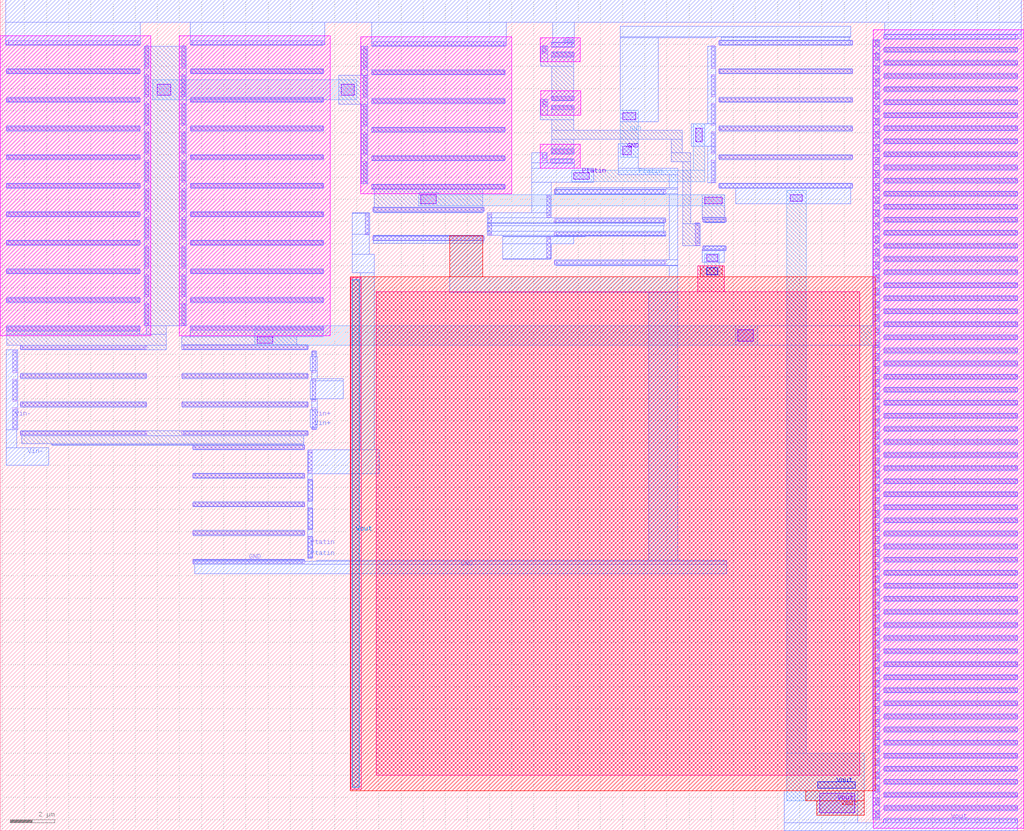
<source format=lef>
VERSION 5.7 ;
  NOWIREEXTENSIONATPIN ON ;
  DIVIDERCHAR "/" ;
  BUSBITCHARS "[]" ;
MACRO VLSI_final_project_PSRR
  CLASS BLOCK ;
  FOREIGN VLSI_final_project_PSRR ;
  ORIGIN 13.100 -26.490 ;
  SIZE 46.220 BY 37.510 ;
  PIN Vin-
    ANTENNAGATEAREA 17.010000 ;
    PORT
      LAYER li1 ;
        RECT -12.520 47.170 -12.350 48.170 ;
        RECT -12.520 45.880 -12.350 46.880 ;
        RECT -12.520 44.590 -12.350 45.590 ;
      LAYER mcon ;
        RECT -12.520 47.250 -12.350 48.090 ;
        RECT -12.520 45.960 -12.350 46.800 ;
        RECT -12.520 44.670 -12.350 45.510 ;
      LAYER met1 ;
        RECT -12.830 44.590 -12.300 48.200 ;
        RECT -12.830 43.780 -12.350 44.590 ;
        RECT -12.830 43.000 -10.900 43.780 ;
    END
  END Vin-
  PIN Vin+
    ANTENNAGATEAREA 17.010000 ;
    PORT
      LAYER li1 ;
        RECT 0.990 47.170 1.160 48.170 ;
        RECT 0.990 45.880 1.160 46.880 ;
        RECT 0.990 44.590 1.160 45.590 ;
      LAYER mcon ;
        RECT 0.990 47.250 1.160 48.090 ;
        RECT 0.990 45.960 1.160 46.800 ;
        RECT 0.990 44.670 1.160 45.510 ;
      LAYER met1 ;
        RECT 0.960 47.900 1.190 48.150 ;
        RECT 0.900 47.270 1.210 47.900 ;
        RECT 0.960 46.900 1.210 47.270 ;
        RECT 0.940 46.800 2.400 46.900 ;
        RECT 0.900 46.000 2.400 46.800 ;
        RECT 0.900 45.980 1.210 46.000 ;
        RECT 0.960 45.500 1.210 45.980 ;
        RECT 0.900 44.700 1.210 45.500 ;
        RECT 0.960 44.610 1.190 44.700 ;
    END
  END Vin+
  PIN Ptatin
    ANTENNAGATEAREA 65.150002 ;
    ANTENNADIFFAREA 3.190000 ;
    PORT
      LAYER li1 ;
        RECT 19.000 60.920 19.170 61.920 ;
        RECT 19.000 59.630 19.170 60.630 ;
        RECT 19.000 58.340 19.170 59.340 ;
        RECT 11.385 56.770 11.555 57.100 ;
        RECT 19.000 57.050 19.170 58.050 ;
        RECT 11.770 56.630 12.810 56.800 ;
        RECT 19.000 55.760 19.170 56.760 ;
        RECT 3.380 53.390 3.550 54.390 ;
        RECT 8.930 53.390 9.100 54.390 ;
        RECT 11.570 54.190 11.740 55.190 ;
        RECT 11.910 53.960 16.950 54.130 ;
        RECT 11.920 53.350 16.960 53.520 ;
        RECT 11.580 52.290 11.750 53.290 ;
        RECT 0.820 42.660 0.990 43.660 ;
        RECT 0.820 41.370 0.990 42.370 ;
        RECT 0.820 40.080 0.990 41.080 ;
        RECT 0.820 38.790 0.990 39.790 ;
      LAYER mcon ;
        RECT 19.000 61.000 19.170 61.840 ;
        RECT 19.000 59.710 19.170 60.550 ;
        RECT 19.000 58.420 19.170 59.260 ;
        RECT 19.000 57.130 19.170 57.970 ;
        RECT 11.385 56.850 11.555 57.020 ;
        RECT 11.850 56.630 12.730 56.800 ;
        RECT 19.000 55.840 19.170 56.680 ;
        RECT 3.380 53.470 3.550 54.310 ;
        RECT 8.930 53.470 9.100 54.310 ;
        RECT 11.570 54.270 11.740 55.110 ;
        RECT 11.990 53.960 16.870 54.130 ;
        RECT 12.000 53.350 16.880 53.520 ;
        RECT 11.580 52.370 11.750 53.210 ;
        RECT 0.820 42.740 0.990 43.580 ;
        RECT 0.820 41.450 0.990 42.290 ;
        RECT 0.820 40.160 0.990 41.000 ;
        RECT 0.820 38.870 0.990 39.710 ;
      LAYER met1 ;
        RECT 18.850 58.400 19.200 61.900 ;
        RECT 18.100 57.400 19.200 58.400 ;
        RECT 10.900 56.640 11.600 57.100 ;
        RECT 11.790 56.800 12.790 56.830 ;
        RECT 11.740 56.640 12.810 56.800 ;
        RECT 10.900 56.400 12.810 56.640 ;
        RECT 10.900 55.760 13.700 56.400 ;
        RECT 10.900 54.400 11.770 55.760 ;
        RECT 18.850 55.750 19.200 57.400 ;
        RECT 2.800 54.370 3.570 54.400 ;
        RECT 2.800 53.410 3.580 54.370 ;
        RECT 8.900 54.160 11.770 54.400 ;
        RECT 8.900 53.930 16.930 54.160 ;
        RECT 8.900 53.920 16.890 53.930 ;
        RECT 8.900 53.810 16.880 53.920 ;
        RECT 8.900 53.550 16.860 53.810 ;
        RECT 2.800 52.510 3.570 53.410 ;
        RECT 8.900 53.380 16.940 53.550 ;
        RECT 9.600 53.320 16.940 53.380 ;
        RECT 9.600 53.300 13.310 53.320 ;
        RECT 9.600 52.990 12.800 53.300 ;
        RECT 2.800 51.680 3.800 52.510 ;
        RECT 9.600 52.310 11.780 52.990 ;
        RECT 9.600 52.300 11.760 52.310 ;
        RECT 3.170 43.700 3.800 51.680 ;
        RECT 0.790 42.600 4.010 43.700 ;
        RECT 0.800 42.350 1.000 42.600 ;
        RECT 0.790 41.390 1.020 42.350 ;
        RECT 0.800 41.060 1.000 41.390 ;
        RECT 0.790 40.100 1.020 41.060 ;
        RECT 0.800 39.770 1.000 40.100 ;
        RECT 0.790 38.810 1.020 39.770 ;
        RECT 0.800 38.790 1.000 38.810 ;
      LAYER via ;
        RECT 18.300 57.600 18.590 58.200 ;
        RECT 12.800 55.910 13.500 56.200 ;
      LAYER met2 ;
        RECT 18.200 56.300 18.700 58.400 ;
        RECT 12.700 55.800 18.700 56.300 ;
    END
  END Ptatin
  PIN GND
    ANTENNADIFFAREA 7.540000 ;
    PORT
      LAYER li1 ;
        RECT 19.340 61.980 25.380 62.150 ;
        RECT 11.910 55.250 16.950 55.420 ;
        RECT 3.720 53.160 8.760 53.330 ;
        RECT 11.920 52.060 16.960 52.230 ;
        RECT -4.390 38.560 0.650 38.730 ;
      LAYER mcon ;
        RECT 19.420 61.980 25.300 62.150 ;
        RECT 11.990 55.250 16.870 55.420 ;
        RECT 3.800 53.160 8.680 53.330 ;
        RECT 12.000 52.060 16.880 52.230 ;
        RECT -4.310 38.560 0.570 38.730 ;
      LAYER met1 ;
        RECT 14.900 62.330 25.310 62.810 ;
        RECT 14.900 62.300 19.200 62.330 ;
        RECT 19.460 62.320 25.310 62.330 ;
        RECT 14.900 58.500 16.620 62.300 ;
        RECT 19.460 62.180 25.240 62.320 ;
        RECT 19.360 61.950 25.360 62.180 ;
        RECT 14.800 56.400 15.700 57.510 ;
        RECT 14.800 56.100 17.500 56.400 ;
        RECT 17.100 55.510 17.500 56.100 ;
        RECT 11.990 55.450 17.500 55.510 ;
        RECT 11.930 55.240 17.500 55.450 ;
        RECT 11.930 55.220 16.930 55.240 ;
        RECT 3.750 53.360 8.720 53.370 ;
        RECT 3.740 53.130 8.740 53.360 ;
        RECT 3.750 53.010 8.720 53.130 ;
        RECT 7.200 51.500 8.690 53.010 ;
        RECT 17.100 52.270 17.500 55.240 ;
        RECT 12.000 52.260 17.500 52.270 ;
        RECT 11.940 52.030 17.500 52.260 ;
        RECT 12.000 52.000 17.500 52.030 ;
        RECT 17.100 51.510 17.500 52.000 ;
        RECT 16.190 51.500 17.500 51.510 ;
        RECT 7.200 50.800 17.500 51.500 ;
        RECT -4.370 38.700 0.630 38.760 ;
        RECT 16.190 38.700 17.500 50.800 ;
        RECT -4.370 38.650 0.650 38.700 ;
        RECT 1.200 38.650 19.700 38.700 ;
        RECT -4.370 38.530 19.700 38.650 ;
        RECT -4.300 38.100 19.700 38.530 ;
      LAYER via ;
        RECT 15.000 58.600 15.600 58.900 ;
        RECT 15.000 57.000 15.400 57.400 ;
      LAYER met2 ;
        RECT 14.900 56.900 15.700 59.010 ;
    END
  END GND
  PIN Vout
    ANTENNADIFFAREA 3.770000 ;
    PORT
      LAYER li1 ;
        RECT 19.340 55.530 25.380 55.700 ;
        RECT 18.630 52.700 19.670 52.870 ;
        RECT 26.790 26.850 32.830 27.020 ;
      LAYER mcon ;
        RECT 19.420 55.530 25.300 55.700 ;
        RECT 18.710 52.700 19.590 52.870 ;
        RECT 26.870 26.850 32.750 27.020 ;
      LAYER met1 ;
        RECT 19.360 55.500 25.360 55.730 ;
        RECT 20.100 54.800 25.300 55.500 ;
        RECT 18.650 52.900 19.600 52.910 ;
        RECT 18.650 52.750 19.650 52.900 ;
        RECT 18.600 52.670 19.650 52.750 ;
        RECT 18.600 52.160 19.600 52.670 ;
        RECT 22.290 26.860 25.610 28.310 ;
        RECT 26.810 27.020 32.810 27.050 ;
        RECT 26.770 26.860 32.820 27.020 ;
        RECT 22.290 26.500 32.820 26.860 ;
        RECT 22.290 26.490 25.610 26.500 ;
      LAYER via ;
        RECT 22.580 54.900 23.100 55.200 ;
        RECT 18.800 52.200 19.300 52.500 ;
        RECT 23.890 27.310 25.490 28.200 ;
      LAYER met2 ;
        RECT 18.700 52.000 19.360 52.530 ;
        RECT 18.500 51.500 19.510 52.000 ;
        RECT 22.400 30.000 23.300 55.400 ;
        RECT 22.400 27.850 25.910 30.000 ;
        RECT 23.770 27.190 25.910 27.850 ;
      LAYER via2 ;
        RECT 18.800 51.600 19.300 51.900 ;
        RECT 23.800 28.410 25.500 28.700 ;
      LAYER met3 ;
        RECT 7.200 51.510 8.690 53.350 ;
        RECT 18.500 51.510 19.510 52.000 ;
        RECT 2.700 28.310 26.395 51.510 ;
        RECT 23.280 27.850 25.910 28.310 ;
        RECT 23.770 27.190 25.910 27.850 ;
      LAYER via3 ;
        RECT 2.800 28.450 3.120 51.370 ;
      LAYER met4 ;
        RECT 2.720 28.370 3.200 51.450 ;
    END
  END Vout
  PIN VDD
    ANTENNADIFFAREA 7.250000 ;
    PORT
      LAYER li1 ;
        RECT 26.790 62.250 32.830 62.420 ;
        RECT -12.810 61.980 -6.770 62.150 ;
        RECT -4.520 61.980 1.520 62.150 ;
        RECT 3.670 61.930 9.710 62.100 ;
        RECT 11.770 61.890 12.810 62.060 ;
      LAYER mcon ;
        RECT 26.870 62.250 32.750 62.420 ;
        RECT -12.730 61.980 -6.850 62.150 ;
        RECT -4.440 61.980 1.440 62.150 ;
        RECT 3.750 61.930 9.630 62.100 ;
        RECT 11.850 61.890 12.730 62.060 ;
      LAYER met1 ;
        RECT -12.840 63.000 33.000 64.000 ;
        RECT -12.840 61.960 -6.780 63.000 ;
        RECT -4.510 61.970 1.550 63.000 ;
        RECT -12.790 61.950 -6.790 61.960 ;
        RECT -4.500 61.950 1.500 61.970 ;
        RECT 3.690 61.920 9.750 63.000 ;
        RECT 11.840 62.090 12.810 63.000 ;
        RECT 26.830 62.450 33.000 63.000 ;
        RECT 26.810 62.240 33.000 62.450 ;
        RECT 26.810 62.220 32.810 62.240 ;
        RECT 3.690 61.900 9.690 61.920 ;
        RECT 11.790 61.870 12.810 62.090 ;
        RECT 11.790 61.860 12.790 61.870 ;
    END
  END VDD
  OBS
      LAYER nwell ;
        RECT -13.100 48.840 -6.290 62.390 ;
        RECT -5.000 48.840 1.810 62.390 ;
        RECT 3.190 55.240 10.000 62.340 ;
        RECT 11.290 61.210 13.100 62.300 ;
        RECT 11.300 58.800 13.110 59.890 ;
        RECT 11.290 56.390 13.100 57.480 ;
        RECT 26.310 26.610 33.120 62.660 ;
      LAYER li1 ;
        RECT -6.555 60.920 -6.385 61.920 ;
        RECT -4.905 60.920 -4.735 61.920 ;
        RECT 3.285 60.870 3.455 61.870 ;
        RECT 11.385 61.590 11.555 61.920 ;
        RECT 26.405 61.875 26.575 62.205 ;
        RECT 26.790 61.660 32.830 61.830 ;
        RECT 11.770 61.450 12.810 61.620 ;
        RECT 26.405 61.285 26.575 61.615 ;
        RECT 26.790 61.070 32.830 61.240 ;
        RECT -12.810 60.690 -6.770 60.860 ;
        RECT -4.520 60.690 1.520 60.860 ;
        RECT 3.670 60.640 9.710 60.810 ;
        RECT 19.340 60.690 25.380 60.860 ;
        RECT 26.405 60.695 26.575 61.025 ;
        RECT -6.555 59.630 -6.385 60.630 ;
        RECT -4.905 59.630 -4.735 60.630 ;
        RECT 3.285 59.580 3.455 60.580 ;
        RECT 26.790 60.480 32.830 60.650 ;
        RECT 26.405 60.105 26.575 60.435 ;
        RECT 26.790 59.890 32.830 60.060 ;
        RECT -12.810 59.400 -6.770 59.570 ;
        RECT -4.520 59.400 1.520 59.570 ;
        RECT 3.670 59.350 9.710 59.520 ;
        RECT -6.555 58.340 -6.385 59.340 ;
        RECT -4.905 58.340 -4.735 59.340 ;
        RECT 3.285 58.290 3.455 59.290 ;
        RECT 11.395 59.180 11.565 59.510 ;
        RECT 11.780 59.480 12.820 59.650 ;
        RECT 19.340 59.400 25.380 59.570 ;
        RECT 26.405 59.515 26.575 59.845 ;
        RECT 26.790 59.300 32.830 59.470 ;
        RECT 11.780 59.040 12.820 59.210 ;
        RECT 26.405 58.925 26.575 59.255 ;
        RECT 26.790 58.710 32.830 58.880 ;
        RECT 26.405 58.335 26.575 58.665 ;
        RECT -12.810 58.110 -6.770 58.280 ;
        RECT -4.520 58.110 1.520 58.280 ;
        RECT 3.670 58.060 9.710 58.230 ;
        RECT 19.340 58.110 25.380 58.280 ;
        RECT 26.790 58.120 32.830 58.290 ;
        RECT -6.555 57.050 -6.385 58.050 ;
        RECT -4.905 57.050 -4.735 58.050 ;
        RECT 3.285 57.000 3.455 58.000 ;
        RECT 26.405 57.745 26.575 58.075 ;
        RECT 26.790 57.530 32.830 57.700 ;
        RECT 11.770 57.070 12.810 57.240 ;
        RECT 26.405 57.155 26.575 57.485 ;
        RECT -12.810 56.820 -6.770 56.990 ;
        RECT -4.520 56.820 1.520 56.990 ;
        RECT 3.670 56.770 9.710 56.940 ;
        RECT 19.340 56.820 25.380 56.990 ;
        RECT 26.790 56.940 32.830 57.110 ;
        RECT -6.555 55.760 -6.385 56.760 ;
        RECT -4.905 55.760 -4.735 56.760 ;
        RECT 3.285 55.710 3.455 56.710 ;
        RECT 26.405 56.565 26.575 56.895 ;
        RECT 26.790 56.350 32.830 56.520 ;
        RECT 26.405 55.975 26.575 56.305 ;
        RECT 26.790 55.760 32.830 55.930 ;
        RECT -12.810 55.530 -6.770 55.700 ;
        RECT -4.520 55.530 1.520 55.700 ;
        RECT 3.670 55.480 9.710 55.650 ;
        RECT -6.555 54.470 -6.385 55.470 ;
        RECT -4.905 54.470 -4.735 55.470 ;
        RECT 26.405 55.385 26.575 55.715 ;
        RECT 26.790 55.170 32.830 55.340 ;
        RECT 26.405 54.795 26.575 55.125 ;
        RECT 3.720 54.450 8.760 54.620 ;
        RECT 26.790 54.580 32.830 54.750 ;
        RECT -12.810 54.240 -6.770 54.410 ;
        RECT -4.520 54.240 1.520 54.410 ;
        RECT 26.405 54.205 26.575 54.535 ;
        RECT -6.555 53.180 -6.385 54.180 ;
        RECT -4.905 53.180 -4.735 54.180 ;
        RECT 18.630 53.990 19.670 54.160 ;
        RECT 26.790 53.990 32.830 54.160 ;
        RECT -12.810 52.950 -6.770 53.120 ;
        RECT -4.520 52.950 1.520 53.120 ;
        RECT 18.290 52.930 18.460 53.930 ;
        RECT 26.405 53.615 26.575 53.945 ;
        RECT 26.790 53.400 32.830 53.570 ;
        RECT 26.405 53.025 26.575 53.355 ;
        RECT -6.555 51.890 -6.385 52.890 ;
        RECT -4.905 51.890 -4.735 52.890 ;
        RECT 26.790 52.810 32.830 52.980 ;
        RECT 26.405 52.435 26.575 52.765 ;
        RECT 26.790 52.220 32.830 52.390 ;
        RECT 26.405 51.845 26.575 52.175 ;
        RECT -12.810 51.660 -6.770 51.830 ;
        RECT -4.520 51.660 1.520 51.830 ;
        RECT 26.790 51.630 32.830 51.800 ;
        RECT -6.555 50.600 -6.385 51.600 ;
        RECT -4.905 50.600 -4.735 51.600 ;
        RECT 26.405 51.255 26.575 51.585 ;
        RECT 26.790 51.040 32.830 51.210 ;
        RECT 26.405 50.665 26.575 50.995 ;
        RECT -12.810 50.370 -6.770 50.540 ;
        RECT -4.520 50.370 1.520 50.540 ;
        RECT 26.790 50.450 32.830 50.620 ;
        RECT -6.555 49.310 -6.385 50.310 ;
        RECT -4.905 49.310 -4.735 50.310 ;
        RECT 26.405 50.075 26.575 50.405 ;
        RECT 26.790 49.860 32.830 50.030 ;
        RECT 26.405 49.485 26.575 49.815 ;
        RECT 26.790 49.270 32.830 49.440 ;
        RECT -12.810 49.080 -6.770 49.250 ;
        RECT -4.520 49.080 1.520 49.250 ;
        RECT 26.405 48.895 26.575 49.225 ;
        RECT 26.790 48.680 32.830 48.850 ;
        RECT -12.180 48.230 -6.470 48.400 ;
        RECT -4.890 48.230 0.820 48.400 ;
        RECT 26.405 48.305 26.575 48.635 ;
        RECT 26.790 48.090 32.830 48.260 ;
        RECT 26.405 47.715 26.575 48.045 ;
        RECT 26.790 47.500 32.830 47.670 ;
        RECT 26.405 47.125 26.575 47.455 ;
        RECT -12.180 46.940 -6.470 47.110 ;
        RECT -4.890 46.940 0.820 47.110 ;
        RECT 26.790 46.910 32.830 47.080 ;
        RECT 26.405 46.535 26.575 46.865 ;
        RECT 26.790 46.320 32.830 46.490 ;
        RECT 26.405 45.945 26.575 46.275 ;
        RECT -12.180 45.650 -6.470 45.820 ;
        RECT -4.890 45.650 0.820 45.820 ;
        RECT 26.790 45.730 32.830 45.900 ;
        RECT 26.405 45.355 26.575 45.685 ;
        RECT 26.790 45.140 32.830 45.310 ;
        RECT 26.405 44.765 26.575 45.095 ;
        RECT 26.790 44.550 32.830 44.720 ;
        RECT -12.180 44.360 -6.470 44.530 ;
        RECT -4.890 44.360 0.820 44.530 ;
        RECT 26.405 44.175 26.575 44.505 ;
        RECT 26.790 43.960 32.830 44.130 ;
        RECT -4.390 43.720 0.650 43.890 ;
        RECT 26.405 43.585 26.575 43.915 ;
        RECT 26.790 43.370 32.830 43.540 ;
        RECT 26.405 42.995 26.575 43.325 ;
        RECT 26.790 42.780 32.830 42.950 ;
        RECT -4.390 42.430 0.650 42.600 ;
        RECT 26.405 42.405 26.575 42.735 ;
        RECT 26.790 42.190 32.830 42.360 ;
        RECT 26.405 41.815 26.575 42.145 ;
        RECT 26.790 41.600 32.830 41.770 ;
        RECT -4.390 41.140 0.650 41.310 ;
        RECT 26.405 41.225 26.575 41.555 ;
        RECT 26.790 41.010 32.830 41.180 ;
        RECT 26.405 40.635 26.575 40.965 ;
        RECT 26.790 40.420 32.830 40.590 ;
        RECT 26.405 40.045 26.575 40.375 ;
        RECT -4.390 39.850 0.650 40.020 ;
        RECT 26.790 39.830 32.830 40.000 ;
        RECT 26.405 39.455 26.575 39.785 ;
        RECT 26.790 39.240 32.830 39.410 ;
        RECT 26.405 38.865 26.575 39.195 ;
        RECT 26.790 38.650 32.830 38.820 ;
        RECT 26.405 38.275 26.575 38.605 ;
        RECT 26.790 38.060 32.830 38.230 ;
        RECT 26.405 37.685 26.575 38.015 ;
        RECT 26.790 37.470 32.830 37.640 ;
        RECT 26.405 37.095 26.575 37.425 ;
        RECT 26.790 36.880 32.830 37.050 ;
        RECT 26.405 36.505 26.575 36.835 ;
        RECT 26.790 36.290 32.830 36.460 ;
        RECT 26.405 35.915 26.575 36.245 ;
        RECT 26.790 35.700 32.830 35.870 ;
        RECT 26.405 35.325 26.575 35.655 ;
        RECT 26.790 35.110 32.830 35.280 ;
        RECT 26.405 34.735 26.575 35.065 ;
        RECT 26.790 34.520 32.830 34.690 ;
        RECT 26.405 34.145 26.575 34.475 ;
        RECT 26.790 33.930 32.830 34.100 ;
        RECT 26.405 33.555 26.575 33.885 ;
        RECT 26.790 33.340 32.830 33.510 ;
        RECT 26.405 32.965 26.575 33.295 ;
        RECT 26.790 32.750 32.830 32.920 ;
        RECT 26.405 32.375 26.575 32.705 ;
        RECT 26.790 32.160 32.830 32.330 ;
        RECT 26.405 31.785 26.575 32.115 ;
        RECT 26.790 31.570 32.830 31.740 ;
        RECT 26.405 31.195 26.575 31.525 ;
        RECT 26.790 30.980 32.830 31.150 ;
        RECT 26.405 30.605 26.575 30.935 ;
        RECT 26.790 30.390 32.830 30.560 ;
        RECT 26.405 30.015 26.575 30.345 ;
        RECT 26.790 29.800 32.830 29.970 ;
        RECT 26.405 29.425 26.575 29.755 ;
        RECT 26.790 29.210 32.830 29.380 ;
        RECT 26.405 28.835 26.575 29.165 ;
        RECT 26.790 28.620 32.830 28.790 ;
        RECT 26.405 28.245 26.575 28.575 ;
        RECT 26.790 28.030 32.830 28.200 ;
        RECT 26.405 27.655 26.575 27.985 ;
        RECT 26.790 27.440 32.830 27.610 ;
        RECT 26.405 27.065 26.575 27.395 ;
      LAYER mcon ;
        RECT 26.405 61.955 26.575 62.125 ;
        RECT -6.555 61.000 -6.385 61.840 ;
        RECT -4.905 61.000 -4.735 61.840 ;
        RECT 3.285 60.950 3.455 61.790 ;
        RECT 11.385 61.670 11.555 61.840 ;
        RECT 26.870 61.660 32.750 61.830 ;
        RECT 11.850 61.450 12.730 61.620 ;
        RECT 26.405 61.365 26.575 61.535 ;
        RECT 26.870 61.070 32.750 61.240 ;
        RECT -12.730 60.690 -6.850 60.860 ;
        RECT -4.440 60.690 1.440 60.860 ;
        RECT 3.750 60.640 9.630 60.810 ;
        RECT 19.420 60.690 25.300 60.860 ;
        RECT 26.405 60.775 26.575 60.945 ;
        RECT -6.555 59.710 -6.385 60.550 ;
        RECT -4.905 59.710 -4.735 60.550 ;
        RECT 3.285 59.660 3.455 60.500 ;
        RECT 26.870 60.480 32.750 60.650 ;
        RECT 26.405 60.185 26.575 60.355 ;
        RECT 26.870 59.890 32.750 60.060 ;
        RECT -12.730 59.400 -6.850 59.570 ;
        RECT -4.440 59.400 1.440 59.570 ;
        RECT 3.750 59.350 9.630 59.520 ;
        RECT 11.860 59.480 12.740 59.650 ;
        RECT 26.405 59.595 26.575 59.765 ;
        RECT -6.555 58.420 -6.385 59.260 ;
        RECT -4.905 58.420 -4.735 59.260 ;
        RECT 3.285 58.370 3.455 59.210 ;
        RECT 11.395 59.260 11.565 59.430 ;
        RECT 19.420 59.400 25.300 59.570 ;
        RECT 26.870 59.300 32.750 59.470 ;
        RECT 11.860 59.040 12.740 59.210 ;
        RECT 26.405 59.005 26.575 59.175 ;
        RECT 26.870 58.710 32.750 58.880 ;
        RECT 26.405 58.415 26.575 58.585 ;
        RECT -12.730 58.110 -6.850 58.280 ;
        RECT -4.440 58.110 1.440 58.280 ;
        RECT 3.750 58.060 9.630 58.230 ;
        RECT 19.420 58.110 25.300 58.280 ;
        RECT 26.870 58.120 32.750 58.290 ;
        RECT -6.555 57.130 -6.385 57.970 ;
        RECT -4.905 57.130 -4.735 57.970 ;
        RECT 3.285 57.080 3.455 57.920 ;
        RECT 26.405 57.825 26.575 57.995 ;
        RECT 26.870 57.530 32.750 57.700 ;
        RECT 11.850 57.070 12.730 57.240 ;
        RECT 26.405 57.235 26.575 57.405 ;
        RECT -12.730 56.820 -6.850 56.990 ;
        RECT -4.440 56.820 1.440 56.990 ;
        RECT 3.750 56.770 9.630 56.940 ;
        RECT 19.420 56.820 25.300 56.990 ;
        RECT 26.870 56.940 32.750 57.110 ;
        RECT -6.555 55.840 -6.385 56.680 ;
        RECT -4.905 55.840 -4.735 56.680 ;
        RECT 3.285 55.790 3.455 56.630 ;
        RECT 26.405 56.645 26.575 56.815 ;
        RECT 26.870 56.350 32.750 56.520 ;
        RECT 26.405 56.055 26.575 56.225 ;
        RECT 26.870 55.760 32.750 55.930 ;
        RECT -12.730 55.530 -6.850 55.700 ;
        RECT -4.440 55.530 1.440 55.700 ;
        RECT 3.750 55.480 9.630 55.650 ;
        RECT -6.555 54.550 -6.385 55.390 ;
        RECT -4.905 54.550 -4.735 55.390 ;
        RECT 26.405 55.465 26.575 55.635 ;
        RECT 26.870 55.170 32.750 55.340 ;
        RECT 26.405 54.875 26.575 55.045 ;
        RECT 3.800 54.450 8.680 54.620 ;
        RECT 26.870 54.580 32.750 54.750 ;
        RECT -12.730 54.240 -6.850 54.410 ;
        RECT -4.440 54.240 1.440 54.410 ;
        RECT 26.405 54.285 26.575 54.455 ;
        RECT -6.555 53.260 -6.385 54.100 ;
        RECT -4.905 53.260 -4.735 54.100 ;
        RECT 18.710 53.990 19.590 54.160 ;
        RECT 26.870 53.990 32.750 54.160 ;
        RECT -12.730 52.950 -6.850 53.120 ;
        RECT -4.440 52.950 1.440 53.120 ;
        RECT 18.290 53.010 18.460 53.850 ;
        RECT 26.405 53.695 26.575 53.865 ;
        RECT 26.870 53.400 32.750 53.570 ;
        RECT 26.405 53.105 26.575 53.275 ;
        RECT -6.555 51.970 -6.385 52.810 ;
        RECT 26.870 52.810 32.750 52.980 ;
        RECT -4.905 51.970 -4.735 52.810 ;
        RECT 26.405 52.515 26.575 52.685 ;
        RECT 26.870 52.220 32.750 52.390 ;
        RECT 26.405 51.925 26.575 52.095 ;
        RECT -12.730 51.660 -6.850 51.830 ;
        RECT -4.440 51.660 1.440 51.830 ;
        RECT 26.870 51.630 32.750 51.800 ;
        RECT -6.555 50.680 -6.385 51.520 ;
        RECT -4.905 50.680 -4.735 51.520 ;
        RECT 26.405 51.335 26.575 51.505 ;
        RECT 26.870 51.040 32.750 51.210 ;
        RECT 26.405 50.745 26.575 50.915 ;
        RECT -12.730 50.370 -6.850 50.540 ;
        RECT -4.440 50.370 1.440 50.540 ;
        RECT 26.870 50.450 32.750 50.620 ;
        RECT -6.555 49.390 -6.385 50.230 ;
        RECT -4.905 49.390 -4.735 50.230 ;
        RECT 26.405 50.155 26.575 50.325 ;
        RECT 26.870 49.860 32.750 50.030 ;
        RECT 26.405 49.565 26.575 49.735 ;
        RECT 26.870 49.270 32.750 49.440 ;
        RECT -12.730 49.080 -6.850 49.250 ;
        RECT -4.440 49.080 1.440 49.250 ;
        RECT 26.405 48.975 26.575 49.145 ;
        RECT 26.870 48.680 32.750 48.850 ;
        RECT -12.100 48.230 -6.550 48.400 ;
        RECT -4.810 48.230 0.740 48.400 ;
        RECT 26.405 48.385 26.575 48.555 ;
        RECT 26.870 48.090 32.750 48.260 ;
        RECT 26.405 47.795 26.575 47.965 ;
        RECT 26.870 47.500 32.750 47.670 ;
        RECT 26.405 47.205 26.575 47.375 ;
        RECT -12.100 46.940 -6.550 47.110 ;
        RECT -4.810 46.940 0.740 47.110 ;
        RECT 26.870 46.910 32.750 47.080 ;
        RECT 26.405 46.615 26.575 46.785 ;
        RECT 26.870 46.320 32.750 46.490 ;
        RECT 26.405 46.025 26.575 46.195 ;
        RECT -12.100 45.650 -6.550 45.820 ;
        RECT -4.810 45.650 0.740 45.820 ;
        RECT 26.870 45.730 32.750 45.900 ;
        RECT 26.405 45.435 26.575 45.605 ;
        RECT 26.870 45.140 32.750 45.310 ;
        RECT 26.405 44.845 26.575 45.015 ;
        RECT 26.870 44.550 32.750 44.720 ;
        RECT -12.100 44.360 -6.550 44.530 ;
        RECT -4.810 44.360 0.740 44.530 ;
        RECT 26.405 44.255 26.575 44.425 ;
        RECT 26.870 43.960 32.750 44.130 ;
        RECT -4.310 43.720 0.570 43.890 ;
        RECT 26.405 43.665 26.575 43.835 ;
        RECT 26.870 43.370 32.750 43.540 ;
        RECT 26.405 43.075 26.575 43.245 ;
        RECT 26.870 42.780 32.750 42.950 ;
        RECT -4.310 42.430 0.570 42.600 ;
        RECT 26.405 42.485 26.575 42.655 ;
        RECT 26.870 42.190 32.750 42.360 ;
        RECT 26.405 41.895 26.575 42.065 ;
        RECT 26.870 41.600 32.750 41.770 ;
        RECT -4.310 41.140 0.570 41.310 ;
        RECT 26.405 41.305 26.575 41.475 ;
        RECT 26.870 41.010 32.750 41.180 ;
        RECT 26.405 40.715 26.575 40.885 ;
        RECT 26.870 40.420 32.750 40.590 ;
        RECT 26.405 40.125 26.575 40.295 ;
        RECT -4.310 39.850 0.570 40.020 ;
        RECT 26.870 39.830 32.750 40.000 ;
        RECT 26.405 39.535 26.575 39.705 ;
        RECT 26.870 39.240 32.750 39.410 ;
        RECT 26.405 38.945 26.575 39.115 ;
        RECT 26.870 38.650 32.750 38.820 ;
        RECT 26.405 38.355 26.575 38.525 ;
        RECT 26.870 38.060 32.750 38.230 ;
        RECT 26.405 37.765 26.575 37.935 ;
        RECT 26.870 37.470 32.750 37.640 ;
        RECT 26.405 37.175 26.575 37.345 ;
        RECT 26.870 36.880 32.750 37.050 ;
        RECT 26.405 36.585 26.575 36.755 ;
        RECT 26.870 36.290 32.750 36.460 ;
        RECT 26.405 35.995 26.575 36.165 ;
        RECT 26.870 35.700 32.750 35.870 ;
        RECT 26.405 35.405 26.575 35.575 ;
        RECT 26.870 35.110 32.750 35.280 ;
        RECT 26.405 34.815 26.575 34.985 ;
        RECT 26.870 34.520 32.750 34.690 ;
        RECT 26.405 34.225 26.575 34.395 ;
        RECT 26.870 33.930 32.750 34.100 ;
        RECT 26.405 33.635 26.575 33.805 ;
        RECT 26.870 33.340 32.750 33.510 ;
        RECT 26.405 33.045 26.575 33.215 ;
        RECT 26.870 32.750 32.750 32.920 ;
        RECT 26.405 32.455 26.575 32.625 ;
        RECT 26.870 32.160 32.750 32.330 ;
        RECT 26.405 31.865 26.575 32.035 ;
        RECT 26.870 31.570 32.750 31.740 ;
        RECT 26.405 31.275 26.575 31.445 ;
        RECT 26.870 30.980 32.750 31.150 ;
        RECT 26.405 30.685 26.575 30.855 ;
        RECT 26.870 30.390 32.750 30.560 ;
        RECT 26.405 30.095 26.575 30.265 ;
        RECT 26.870 29.800 32.750 29.970 ;
        RECT 26.405 29.505 26.575 29.675 ;
        RECT 26.870 29.210 32.750 29.380 ;
        RECT 26.405 28.915 26.575 29.085 ;
        RECT 26.870 28.620 32.750 28.790 ;
        RECT 26.405 28.325 26.575 28.495 ;
        RECT 26.870 28.030 32.750 28.200 ;
        RECT 26.405 27.735 26.575 27.905 ;
        RECT 26.870 27.440 32.750 27.610 ;
        RECT 26.405 27.145 26.575 27.315 ;
      LAYER met1 ;
        RECT 26.300 62.185 26.600 62.200 ;
        RECT -12.790 60.660 -6.790 60.890 ;
        RECT -12.790 59.370 -6.790 59.600 ;
        RECT -12.790 58.080 -6.790 58.310 ;
        RECT -12.790 56.790 -6.790 57.020 ;
        RECT -12.790 55.500 -6.790 55.730 ;
        RECT -12.790 54.210 -6.790 54.440 ;
        RECT -12.790 52.920 -6.790 53.150 ;
        RECT -12.790 51.630 -6.790 51.860 ;
        RECT -12.790 50.340 -6.790 50.570 ;
        RECT -6.600 49.300 -4.700 61.900 ;
        RECT -4.500 60.660 1.500 60.890 ;
        RECT 3.200 60.600 3.500 61.900 ;
        RECT 11.300 61.200 11.630 61.910 ;
        RECT 26.300 61.895 26.605 62.185 ;
        RECT 11.790 61.620 12.790 61.650 ;
        RECT 11.790 61.420 12.800 61.620 ;
        RECT 11.800 61.200 12.800 61.420 ;
        RECT 11.300 61.000 12.800 61.200 ;
        RECT 3.690 60.610 9.690 60.840 ;
        RECT -4.500 59.370 1.500 59.600 ;
        RECT 2.200 59.300 3.500 60.600 ;
        RECT 3.690 59.320 9.690 59.550 ;
        RECT -4.500 58.080 1.500 58.310 ;
        RECT -4.500 56.790 1.500 57.020 ;
        RECT -4.500 55.500 1.500 55.730 ;
        RECT 3.200 55.700 3.500 59.300 ;
        RECT 11.290 58.800 11.620 59.510 ;
        RECT 11.800 59.450 12.800 61.000 ;
        RECT 26.300 61.595 26.600 61.895 ;
        RECT 26.810 61.630 32.810 61.860 ;
        RECT 26.300 61.305 26.605 61.595 ;
        RECT 26.300 61.005 26.600 61.305 ;
        RECT 26.810 61.040 32.810 61.270 ;
        RECT 19.360 60.660 25.360 60.890 ;
        RECT 26.300 60.715 26.605 61.005 ;
        RECT 26.300 60.415 26.600 60.715 ;
        RECT 26.810 60.450 32.810 60.680 ;
        RECT 26.300 60.125 26.605 60.415 ;
        RECT 26.300 59.825 26.600 60.125 ;
        RECT 26.810 59.860 32.810 60.090 ;
        RECT 19.360 59.370 25.360 59.600 ;
        RECT 26.300 59.535 26.605 59.825 ;
        RECT 11.800 58.800 12.800 59.240 ;
        RECT 11.290 58.600 12.800 58.800 ;
        RECT 3.690 58.030 9.690 58.260 ;
        RECT 11.800 58.110 12.800 58.600 ;
        RECT 26.300 59.235 26.600 59.535 ;
        RECT 26.810 59.270 32.810 59.500 ;
        RECT 26.300 58.945 26.605 59.235 ;
        RECT 26.300 58.645 26.600 58.945 ;
        RECT 26.810 58.680 32.810 58.910 ;
        RECT 26.300 58.355 26.605 58.645 ;
        RECT 11.800 57.700 17.700 58.110 ;
        RECT 19.360 58.080 25.360 58.310 ;
        RECT 11.800 57.270 12.800 57.700 ;
        RECT 11.790 57.070 12.800 57.270 ;
        RECT 17.200 57.100 17.700 57.700 ;
        RECT 26.300 58.055 26.600 58.355 ;
        RECT 26.810 58.090 32.810 58.320 ;
        RECT 26.300 57.765 26.605 58.055 ;
        RECT 26.300 57.465 26.600 57.765 ;
        RECT 26.810 57.500 32.810 57.730 ;
        RECT 26.300 57.175 26.605 57.465 ;
        RECT 11.790 57.040 12.790 57.070 ;
        RECT 3.690 56.740 9.690 56.970 ;
        RECT 17.200 56.700 18.080 57.100 ;
        RECT 19.360 56.790 25.360 57.020 ;
        RECT 26.300 56.875 26.600 57.175 ;
        RECT 26.810 56.910 32.810 57.140 ;
        RECT 3.690 55.450 9.690 55.680 ;
        RECT 3.800 54.650 8.700 55.450 ;
        RECT -4.500 54.210 1.500 54.440 ;
        RECT 3.740 54.420 8.740 54.650 ;
        RECT 3.800 54.400 8.700 54.420 ;
        RECT 17.720 53.900 18.080 56.700 ;
        RECT 26.300 56.585 26.605 56.875 ;
        RECT 26.300 56.285 26.600 56.585 ;
        RECT 26.810 56.320 32.810 56.550 ;
        RECT 26.300 55.995 26.605 56.285 ;
        RECT 26.300 55.695 26.600 55.995 ;
        RECT 26.810 55.730 32.810 55.960 ;
        RECT 26.300 55.405 26.605 55.695 ;
        RECT 18.600 54.190 19.620 55.210 ;
        RECT 26.300 55.105 26.600 55.405 ;
        RECT 26.810 55.140 32.810 55.370 ;
        RECT 26.300 54.815 26.605 55.105 ;
        RECT 26.300 54.515 26.600 54.815 ;
        RECT 26.810 54.550 32.810 54.780 ;
        RECT 26.300 54.225 26.605 54.515 ;
        RECT 18.600 54.100 19.650 54.190 ;
        RECT 18.650 53.960 19.650 54.100 ;
        RECT 18.700 53.940 19.620 53.960 ;
        RECT 26.300 53.925 26.600 54.225 ;
        RECT 26.810 53.960 32.810 54.190 ;
        RECT 18.260 53.900 18.490 53.910 ;
        RECT -4.500 52.920 1.500 53.150 ;
        RECT 17.720 52.900 18.500 53.900 ;
        RECT 26.300 53.635 26.605 53.925 ;
        RECT 26.300 53.335 26.600 53.635 ;
        RECT 26.810 53.370 32.810 53.600 ;
        RECT 26.300 53.045 26.605 53.335 ;
        RECT 26.300 52.745 26.600 53.045 ;
        RECT 26.810 52.780 32.810 53.010 ;
        RECT 26.300 52.455 26.605 52.745 ;
        RECT 26.300 52.155 26.600 52.455 ;
        RECT 26.810 52.190 32.810 52.420 ;
        RECT -4.500 51.630 1.500 51.860 ;
        RECT 18.500 51.500 19.510 52.000 ;
        RECT 26.300 51.865 26.605 52.155 ;
        RECT 26.300 51.565 26.600 51.865 ;
        RECT 26.810 51.600 32.810 51.830 ;
        RECT 26.300 51.275 26.605 51.565 ;
        RECT 26.300 50.975 26.600 51.275 ;
        RECT 26.810 51.010 32.810 51.240 ;
        RECT 26.300 50.685 26.605 50.975 ;
        RECT -4.500 50.340 1.500 50.570 ;
        RECT 26.300 50.385 26.600 50.685 ;
        RECT 26.810 50.420 32.810 50.650 ;
        RECT 26.300 50.095 26.605 50.385 ;
        RECT 26.300 49.795 26.600 50.095 ;
        RECT 26.810 49.830 32.810 50.060 ;
        RECT 26.300 49.505 26.605 49.795 ;
        RECT -12.800 49.280 -6.800 49.300 ;
        RECT -12.800 49.050 -6.790 49.280 ;
        RECT -12.800 48.900 -6.800 49.050 ;
        RECT -6.510 48.900 -5.600 49.300 ;
        RECT -12.800 48.400 -5.600 48.900 ;
        RECT -4.510 48.800 1.500 49.300 ;
        RECT 26.300 49.290 26.600 49.505 ;
        RECT -12.160 48.200 -5.600 48.400 ;
        RECT -4.900 48.430 0.300 48.800 ;
        RECT -4.900 48.200 0.800 48.430 ;
        RECT 20.100 48.410 26.610 49.290 ;
        RECT 26.810 49.240 32.810 49.470 ;
        RECT 26.810 48.650 32.810 48.880 ;
        RECT 26.300 48.325 26.605 48.410 ;
        RECT 26.300 48.025 26.600 48.325 ;
        RECT 26.810 48.060 32.810 48.290 ;
        RECT 26.300 47.735 26.605 48.025 ;
        RECT 26.300 47.435 26.600 47.735 ;
        RECT 26.810 47.470 32.810 47.700 ;
        RECT 26.300 47.145 26.605 47.435 ;
        RECT -12.160 46.910 -6.490 47.140 ;
        RECT -4.870 46.910 0.800 47.140 ;
        RECT 26.300 46.845 26.600 47.145 ;
        RECT 26.810 46.880 32.810 47.110 ;
        RECT 26.300 46.555 26.605 46.845 ;
        RECT 26.300 46.255 26.600 46.555 ;
        RECT 26.810 46.290 32.810 46.520 ;
        RECT 26.300 45.965 26.605 46.255 ;
        RECT -12.160 45.620 -6.490 45.850 ;
        RECT -4.870 45.620 0.800 45.850 ;
        RECT 26.300 45.665 26.600 45.965 ;
        RECT 26.810 45.700 32.810 45.930 ;
        RECT 26.300 45.375 26.605 45.665 ;
        RECT 26.300 45.075 26.600 45.375 ;
        RECT 26.810 45.110 32.810 45.340 ;
        RECT 26.300 44.785 26.605 45.075 ;
        RECT -12.160 44.330 0.800 44.560 ;
        RECT 26.300 44.485 26.600 44.785 ;
        RECT 26.810 44.520 32.810 44.750 ;
        RECT -12.120 43.960 0.600 44.330 ;
        RECT -10.760 43.920 0.600 43.960 ;
        RECT 26.300 44.195 26.605 44.485 ;
        RECT -10.760 43.900 0.630 43.920 ;
        RECT -4.690 43.890 0.630 43.900 ;
        RECT -4.370 43.690 0.630 43.890 ;
        RECT 26.300 43.895 26.600 44.195 ;
        RECT 26.810 43.930 32.810 44.160 ;
        RECT 26.300 43.605 26.605 43.895 ;
        RECT 26.300 43.305 26.600 43.605 ;
        RECT 26.810 43.340 32.810 43.570 ;
        RECT 26.300 43.015 26.605 43.305 ;
        RECT 26.300 42.715 26.600 43.015 ;
        RECT 26.810 42.750 32.810 42.980 ;
        RECT -4.370 42.400 0.630 42.630 ;
        RECT 26.300 42.425 26.605 42.715 ;
        RECT 26.300 42.125 26.600 42.425 ;
        RECT 26.810 42.160 32.810 42.390 ;
        RECT 26.300 41.835 26.605 42.125 ;
        RECT 26.300 41.535 26.600 41.835 ;
        RECT 26.810 41.570 32.810 41.800 ;
        RECT -4.370 41.110 0.630 41.340 ;
        RECT 26.300 41.245 26.605 41.535 ;
        RECT 26.300 40.945 26.600 41.245 ;
        RECT 26.810 40.980 32.810 41.210 ;
        RECT 26.300 40.655 26.605 40.945 ;
        RECT 26.300 40.355 26.600 40.655 ;
        RECT 26.810 40.390 32.810 40.620 ;
        RECT 26.300 40.065 26.605 40.355 ;
        RECT -4.370 39.820 0.630 40.050 ;
        RECT 26.300 39.765 26.600 40.065 ;
        RECT 26.810 39.800 32.810 40.030 ;
        RECT 26.300 39.475 26.605 39.765 ;
        RECT 26.300 39.175 26.600 39.475 ;
        RECT 26.810 39.210 32.810 39.440 ;
        RECT 26.300 38.885 26.605 39.175 ;
        RECT 26.300 38.585 26.600 38.885 ;
        RECT 26.810 38.620 32.810 38.850 ;
        RECT 26.300 38.295 26.605 38.585 ;
        RECT 26.300 37.995 26.600 38.295 ;
        RECT 26.810 38.030 32.810 38.260 ;
        RECT 26.300 37.705 26.605 37.995 ;
        RECT 26.300 37.405 26.600 37.705 ;
        RECT 26.810 37.440 32.810 37.670 ;
        RECT 26.300 37.115 26.605 37.405 ;
        RECT 26.300 36.815 26.600 37.115 ;
        RECT 26.810 36.850 32.810 37.080 ;
        RECT 26.300 36.525 26.605 36.815 ;
        RECT 26.300 36.225 26.600 36.525 ;
        RECT 26.810 36.260 32.810 36.490 ;
        RECT 26.300 35.935 26.605 36.225 ;
        RECT 26.300 35.635 26.600 35.935 ;
        RECT 26.810 35.670 32.810 35.900 ;
        RECT 26.300 35.345 26.605 35.635 ;
        RECT 26.300 35.045 26.600 35.345 ;
        RECT 26.810 35.080 32.810 35.310 ;
        RECT 26.300 34.755 26.605 35.045 ;
        RECT 26.300 34.455 26.600 34.755 ;
        RECT 26.810 34.490 32.810 34.720 ;
        RECT 26.300 34.165 26.605 34.455 ;
        RECT 26.300 33.865 26.600 34.165 ;
        RECT 26.810 33.900 32.810 34.130 ;
        RECT 26.300 33.575 26.605 33.865 ;
        RECT 26.300 33.275 26.600 33.575 ;
        RECT 26.810 33.310 32.810 33.540 ;
        RECT 26.300 32.985 26.605 33.275 ;
        RECT 26.300 32.685 26.600 32.985 ;
        RECT 26.810 32.720 32.810 32.950 ;
        RECT 26.300 32.395 26.605 32.685 ;
        RECT 26.300 32.095 26.600 32.395 ;
        RECT 26.810 32.130 32.810 32.360 ;
        RECT 26.300 31.805 26.605 32.095 ;
        RECT 26.300 31.505 26.600 31.805 ;
        RECT 26.810 31.540 32.810 31.770 ;
        RECT 26.300 31.215 26.605 31.505 ;
        RECT 26.300 30.915 26.600 31.215 ;
        RECT 26.810 30.950 32.810 31.180 ;
        RECT 26.300 30.625 26.605 30.915 ;
        RECT 26.300 30.325 26.600 30.625 ;
        RECT 26.810 30.360 32.810 30.590 ;
        RECT 26.300 30.035 26.605 30.325 ;
        RECT 26.300 29.735 26.600 30.035 ;
        RECT 26.810 29.770 32.810 30.000 ;
        RECT 26.300 29.445 26.605 29.735 ;
        RECT 26.300 29.145 26.600 29.445 ;
        RECT 26.810 29.180 32.810 29.410 ;
        RECT 26.300 28.855 26.605 29.145 ;
        RECT 26.300 28.555 26.600 28.855 ;
        RECT 26.810 28.590 32.810 28.820 ;
        RECT 26.300 28.265 26.605 28.555 ;
        RECT 26.300 27.965 26.600 28.265 ;
        RECT 26.810 28.000 32.810 28.230 ;
        RECT 26.300 27.675 26.605 27.965 ;
        RECT 26.300 27.375 26.600 27.675 ;
        RECT 26.810 27.410 32.810 27.640 ;
        RECT 26.300 27.085 26.605 27.375 ;
        RECT 26.300 27.000 26.600 27.085 ;
      LAYER via ;
        RECT -6.000 59.700 -5.400 60.200 ;
        RECT 2.300 59.700 2.900 60.200 ;
        RECT 5.900 54.800 6.600 55.200 ;
        RECT 18.700 54.800 19.500 55.100 ;
        RECT -1.500 48.500 -0.800 48.800 ;
        RECT 20.200 48.600 20.900 49.100 ;
      LAYER met2 ;
        RECT -6.200 59.500 3.000 60.400 ;
        RECT 5.800 55.200 6.700 55.300 ;
        RECT 5.800 54.700 19.610 55.200 ;
        RECT -1.610 48.410 21.100 49.300 ;
      LAYER met4 ;
        RECT 18.400 50.815 19.600 52.000 ;
        RECT 3.890 29.005 25.700 50.815 ;
  END
END VLSI_final_project_PSRR
END LIBRARY


</source>
